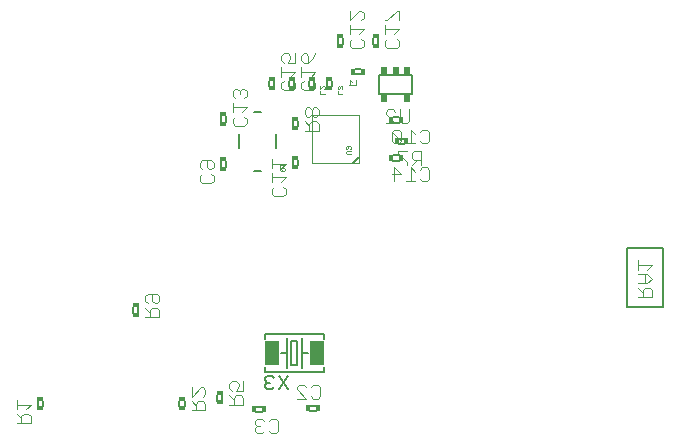
<source format=gbo>
G75*
%MOIN*%
%OFA0B0*%
%FSLAX24Y24*%
%IPPOS*%
%LPD*%
%AMOC8*
5,1,8,0,0,1.08239X$1,22.5*
%
%ADD10C,0.0050*%
%ADD11R,0.0500X0.0800*%
%ADD12C,0.0060*%
%ADD13C,0.0040*%
%ADD14R,0.0118X0.0236*%
%ADD15R,0.0236X0.0118*%
%ADD16C,0.0080*%
%ADD17R,0.0197X0.0256*%
%ADD18C,0.0010*%
%ADD19C,0.0030*%
D10*
X013466Y002801D02*
X013541Y002726D01*
X013691Y002726D01*
X013767Y002801D01*
X013927Y002726D02*
X014227Y003176D01*
X014181Y003451D02*
X014181Y003951D01*
X013981Y003951D01*
X014181Y003951D02*
X014181Y004451D01*
X014331Y004351D02*
X014531Y004351D01*
X014531Y003551D01*
X014331Y003551D01*
X014331Y004351D01*
X014681Y004451D02*
X014681Y003951D01*
X014881Y003951D01*
X014681Y003951D02*
X014681Y003451D01*
X015415Y003478D02*
X015415Y003321D01*
X013447Y003321D01*
X013447Y003478D01*
X013541Y003176D02*
X013466Y003101D01*
X013466Y003026D01*
X013541Y002951D01*
X013466Y002876D01*
X013466Y002801D01*
X013541Y002951D02*
X013616Y002951D01*
X013767Y003101D02*
X013691Y003176D01*
X013541Y003176D01*
X013927Y003176D02*
X014227Y002726D01*
X013447Y004423D02*
X013447Y004580D01*
X015415Y004580D01*
X015415Y004423D01*
X025534Y005486D02*
X026715Y005486D01*
X026715Y007454D01*
X025534Y007454D01*
X025534Y005486D01*
D11*
X015181Y003951D03*
X013681Y003951D03*
D12*
X012039Y002551D02*
X012039Y002358D01*
X011863Y002358D02*
X011863Y002551D01*
X010779Y002354D02*
X010779Y002161D01*
X010603Y002161D02*
X010603Y002354D01*
X013154Y002149D02*
X013346Y002149D01*
X013346Y001973D02*
X013154Y001973D01*
X014965Y002012D02*
X015158Y002012D01*
X015158Y002188D02*
X014965Y002188D01*
X009244Y005271D02*
X009244Y005464D01*
X009067Y005464D02*
X009067Y005271D01*
X006055Y002354D02*
X006055Y002161D01*
X005878Y002161D02*
X005878Y002354D01*
X011981Y010153D02*
X011981Y010346D01*
X012157Y010346D02*
X012157Y010153D01*
X014382Y010193D02*
X014382Y010386D01*
X014559Y010386D02*
X014559Y010193D01*
X014559Y011492D02*
X014559Y011685D01*
X014382Y011685D02*
X014382Y011492D01*
X014441Y012830D02*
X014441Y013023D01*
X014264Y013023D02*
X014264Y012830D01*
X013771Y012830D02*
X013771Y013023D01*
X013595Y013023D02*
X013595Y012830D01*
X014934Y012830D02*
X014934Y013023D01*
X015110Y013023D02*
X015110Y012830D01*
X015524Y012830D02*
X015524Y013023D01*
X015700Y013023D02*
X015700Y012830D01*
X016461Y013232D02*
X016654Y013232D01*
X016654Y013409D02*
X016461Y013409D01*
X017266Y013203D02*
X017266Y012573D01*
X018368Y012573D01*
X018368Y013203D01*
X017266Y013203D01*
X017236Y014248D02*
X017236Y014441D01*
X017059Y014441D02*
X017059Y014248D01*
X016055Y014248D02*
X016055Y014441D01*
X015878Y014441D02*
X015878Y014248D01*
X012157Y011842D02*
X012157Y011649D01*
X011981Y011649D02*
X011981Y011842D01*
X017721Y011795D02*
X017913Y011795D01*
X017913Y011618D02*
X017721Y011618D01*
X017917Y011086D02*
X018110Y011086D01*
X018110Y010910D02*
X017917Y010910D01*
X017913Y010535D02*
X017721Y010535D01*
X017721Y010358D02*
X017913Y010358D01*
D13*
X005647Y001607D02*
X005187Y001607D01*
X005340Y001607D02*
X005340Y001837D01*
X005417Y001914D01*
X005570Y001914D01*
X005647Y001837D01*
X005647Y001607D01*
X005340Y001760D02*
X005187Y001914D01*
X005187Y002067D02*
X005187Y002374D01*
X005187Y002221D02*
X005647Y002221D01*
X005494Y002067D01*
X009476Y005138D02*
X009936Y005138D01*
X009936Y005368D01*
X009859Y005445D01*
X009706Y005445D01*
X009629Y005368D01*
X009629Y005138D01*
X009629Y005291D02*
X009476Y005445D01*
X009552Y005598D02*
X009476Y005675D01*
X009476Y005828D01*
X009552Y005905D01*
X009859Y005905D01*
X009936Y005828D01*
X009936Y005675D01*
X009859Y005598D01*
X009782Y005598D01*
X009706Y005675D01*
X009706Y005905D01*
X012348Y002992D02*
X012271Y002915D01*
X012271Y002762D01*
X012348Y002685D01*
X012501Y002685D02*
X012578Y002838D01*
X012578Y002915D01*
X012501Y002992D01*
X012348Y002992D01*
X012731Y002992D02*
X012731Y002685D01*
X012501Y002685D01*
X012501Y002531D02*
X012424Y002455D01*
X012424Y002224D01*
X012271Y002224D02*
X012731Y002224D01*
X012731Y002455D01*
X012654Y002531D01*
X012501Y002531D01*
X012424Y002378D02*
X012271Y002531D01*
X011471Y002565D02*
X011395Y002488D01*
X011471Y002565D02*
X011471Y002718D01*
X011395Y002795D01*
X011318Y002795D01*
X011011Y002488D01*
X011011Y002795D01*
X011011Y002335D02*
X011164Y002181D01*
X011164Y002258D02*
X011164Y002028D01*
X011011Y002028D02*
X011471Y002028D01*
X011471Y002258D01*
X011395Y002335D01*
X011241Y002335D01*
X011164Y002258D01*
X013134Y001664D02*
X013134Y001588D01*
X013210Y001511D01*
X013134Y001434D01*
X013134Y001358D01*
X013210Y001281D01*
X013364Y001281D01*
X013440Y001358D01*
X013594Y001358D02*
X013671Y001281D01*
X013824Y001281D01*
X013901Y001358D01*
X013901Y001664D01*
X013824Y001741D01*
X013671Y001741D01*
X013594Y001664D01*
X013440Y001664D02*
X013364Y001741D01*
X013210Y001741D01*
X013134Y001664D01*
X013210Y001511D02*
X013287Y001511D01*
X014524Y002420D02*
X014831Y002420D01*
X014524Y002727D01*
X014524Y002804D01*
X014600Y002881D01*
X014754Y002881D01*
X014831Y002804D01*
X014984Y002804D02*
X015061Y002881D01*
X015214Y002881D01*
X015291Y002804D01*
X015291Y002497D01*
X015214Y002420D01*
X015061Y002420D01*
X014984Y002497D01*
X014074Y009178D02*
X013767Y009178D01*
X013691Y009255D01*
X013691Y009408D01*
X013767Y009485D01*
X013691Y009638D02*
X013691Y009945D01*
X013691Y009792D02*
X014151Y009792D01*
X013997Y009638D01*
X014074Y009485D02*
X014151Y009408D01*
X014151Y009255D01*
X014074Y009178D01*
X013997Y010099D02*
X014151Y010252D01*
X013691Y010252D01*
X013691Y010099D02*
X013691Y010406D01*
X014791Y011358D02*
X015251Y011358D01*
X015251Y011589D01*
X015174Y011665D01*
X015021Y011665D01*
X014944Y011589D01*
X014944Y011358D01*
X014944Y011512D02*
X014791Y011665D01*
X014867Y011819D02*
X014944Y011819D01*
X015021Y011895D01*
X015021Y012049D01*
X014944Y012126D01*
X014867Y012126D01*
X014791Y012049D01*
X014791Y011895D01*
X014867Y011819D01*
X015021Y011895D02*
X015097Y011819D01*
X015174Y011819D01*
X015251Y011895D01*
X015251Y012049D01*
X015174Y012126D01*
X015097Y012126D01*
X015021Y012049D01*
X015056Y012697D02*
X014749Y012697D01*
X014672Y012774D01*
X014672Y012927D01*
X014749Y013004D01*
X014672Y013157D02*
X014672Y013464D01*
X014672Y013311D02*
X015133Y013311D01*
X014979Y013157D01*
X015056Y013004D02*
X015133Y012927D01*
X015133Y012774D01*
X015056Y012697D01*
X014464Y012774D02*
X014387Y012697D01*
X014080Y012697D01*
X014003Y012774D01*
X014003Y012927D01*
X014080Y013004D01*
X014003Y013157D02*
X014003Y013464D01*
X014003Y013311D02*
X014464Y013311D01*
X014310Y013157D01*
X014387Y013004D02*
X014464Y012927D01*
X014464Y012774D01*
X014464Y013618D02*
X014233Y013618D01*
X014310Y013771D01*
X014310Y013848D01*
X014233Y013925D01*
X014080Y013925D01*
X014003Y013848D01*
X014003Y013694D01*
X014080Y013618D01*
X014464Y013618D02*
X014464Y013925D01*
X014672Y013848D02*
X014749Y013925D01*
X014826Y013925D01*
X014903Y013848D01*
X014903Y013618D01*
X014749Y013618D01*
X014672Y013694D01*
X014672Y013848D01*
X014903Y013618D02*
X015056Y013771D01*
X015133Y013925D01*
X016287Y014191D02*
X016287Y014344D01*
X016363Y014421D01*
X016287Y014575D02*
X016287Y014882D01*
X016287Y015035D02*
X016594Y015342D01*
X016670Y015342D01*
X016747Y015265D01*
X016747Y015112D01*
X016670Y015035D01*
X016747Y014728D02*
X016287Y014728D01*
X016594Y014575D02*
X016747Y014728D01*
X016670Y014421D02*
X016747Y014344D01*
X016747Y014191D01*
X016670Y014114D01*
X016363Y014114D01*
X016287Y014191D01*
X016287Y015035D02*
X016287Y015342D01*
X017468Y015035D02*
X017544Y015035D01*
X017851Y015342D01*
X017928Y015342D01*
X017928Y015035D01*
X017468Y014882D02*
X017468Y014575D01*
X017468Y014728D02*
X017928Y014728D01*
X017775Y014575D01*
X017851Y014421D02*
X017928Y014344D01*
X017928Y014191D01*
X017851Y014114D01*
X017544Y014114D01*
X017468Y014191D01*
X017468Y014344D01*
X017544Y014421D01*
X017567Y012068D02*
X017720Y012068D01*
X017797Y011991D01*
X017950Y012068D02*
X017950Y011684D01*
X018027Y011608D01*
X018181Y011608D01*
X018257Y011684D01*
X018257Y012068D01*
X017797Y011608D02*
X017490Y011914D01*
X017490Y011991D01*
X017567Y012068D01*
X017490Y011608D02*
X017797Y011608D01*
X017777Y011387D02*
X017700Y011310D01*
X018007Y011003D01*
X017931Y010926D01*
X017777Y010926D01*
X017700Y011003D01*
X017700Y011310D01*
X017777Y011387D02*
X017931Y011387D01*
X018007Y011310D01*
X018007Y011003D01*
X018161Y010926D02*
X018468Y010926D01*
X018314Y010926D02*
X018314Y011387D01*
X018468Y011233D01*
X018621Y011310D02*
X018698Y011387D01*
X018851Y011387D01*
X018928Y011310D01*
X018928Y011003D01*
X018851Y010926D01*
X018698Y010926D01*
X018621Y011003D01*
X018665Y010678D02*
X018434Y010678D01*
X018358Y010601D01*
X018358Y010448D01*
X018434Y010371D01*
X018665Y010371D01*
X018665Y010218D02*
X018665Y010678D01*
X018511Y010371D02*
X018358Y010218D01*
X018314Y010127D02*
X018314Y009667D01*
X018161Y009667D02*
X018468Y009667D01*
X018621Y009743D02*
X018698Y009667D01*
X018851Y009667D01*
X018928Y009743D01*
X018928Y010050D01*
X018851Y010127D01*
X018698Y010127D01*
X018621Y010050D01*
X018468Y009974D02*
X018314Y010127D01*
X018204Y010218D02*
X018204Y010295D01*
X017897Y010601D01*
X017897Y010678D01*
X018204Y010678D01*
X017777Y010127D02*
X018007Y009897D01*
X017700Y009897D01*
X017777Y009667D02*
X017777Y010127D01*
X012849Y011593D02*
X012773Y011516D01*
X012466Y011516D01*
X012389Y011593D01*
X012389Y011746D01*
X012466Y011823D01*
X012389Y011976D02*
X012389Y012283D01*
X012389Y012130D02*
X012849Y012130D01*
X012696Y011976D01*
X012773Y011823D02*
X012849Y011746D01*
X012849Y011593D01*
X012773Y012437D02*
X012849Y012513D01*
X012849Y012667D01*
X012773Y012744D01*
X012696Y012744D01*
X012619Y012667D01*
X012542Y012744D01*
X012466Y012744D01*
X012389Y012667D01*
X012389Y012513D01*
X012466Y012437D01*
X012619Y012590D02*
X012619Y012667D01*
X011673Y010366D02*
X011366Y010366D01*
X011289Y010290D01*
X011289Y010136D01*
X011366Y010059D01*
X011366Y009906D02*
X011289Y009829D01*
X011289Y009676D01*
X011366Y009599D01*
X011673Y009599D01*
X011749Y009676D01*
X011749Y009829D01*
X011673Y009906D01*
X011673Y010059D02*
X011596Y010059D01*
X011519Y010136D01*
X011519Y010366D01*
X011673Y010366D02*
X011749Y010290D01*
X011749Y010136D01*
X011673Y010059D01*
X025894Y007027D02*
X025894Y006720D01*
X025894Y006567D02*
X026201Y006567D01*
X026354Y006413D01*
X026201Y006260D01*
X025894Y006260D01*
X025894Y006107D02*
X026048Y005953D01*
X026048Y006030D02*
X026048Y005800D01*
X025894Y005800D02*
X026354Y005800D01*
X026354Y006030D01*
X026278Y006107D01*
X026124Y006107D01*
X026048Y006030D01*
X026124Y006260D02*
X026124Y006567D01*
X026201Y006720D02*
X026354Y006874D01*
X025894Y006874D01*
D14*
X017978Y010449D03*
X017658Y010449D03*
X017855Y011000D03*
X018175Y011000D03*
X017978Y011708D03*
X017658Y011708D03*
X016718Y013323D03*
X016398Y013323D03*
X015220Y002098D03*
X014900Y002098D03*
X013411Y002063D03*
X013091Y002063D03*
D15*
X011949Y002295D03*
X011949Y002615D03*
X010689Y002419D03*
X010689Y002099D03*
X009154Y005209D03*
X009154Y005529D03*
X005968Y002417D03*
X005968Y002097D03*
X012071Y010089D03*
X012071Y010409D03*
X012067Y011587D03*
X012067Y011907D03*
X013681Y012768D03*
X013681Y013088D03*
X014350Y013088D03*
X014350Y012768D03*
X015020Y012768D03*
X015610Y012768D03*
X015610Y013088D03*
X015020Y013088D03*
X015965Y014185D03*
X015965Y014505D03*
X017146Y014505D03*
X017146Y014185D03*
X014469Y011749D03*
X014469Y011429D03*
X014472Y010448D03*
X014472Y010128D03*
D16*
X013841Y010762D02*
X013841Y011234D01*
X013329Y011982D02*
X013093Y011982D01*
X012581Y011234D02*
X012581Y010762D01*
X013093Y010014D02*
X013329Y010014D01*
X016400Y010289D02*
X016596Y010486D01*
X017711Y012568D02*
X017923Y012568D01*
X018377Y012718D02*
X018377Y013057D01*
X017257Y013057D02*
X017257Y012718D01*
D17*
X017443Y012425D03*
X018191Y012425D03*
X018191Y013350D03*
X017817Y013350D03*
X017443Y013350D03*
D18*
X016497Y013041D02*
X016497Y012891D01*
X016397Y012891D01*
X016349Y012891D02*
X016249Y012891D01*
X016299Y012891D02*
X016299Y013041D01*
X016349Y012991D01*
X016042Y012804D02*
X016017Y012829D01*
X015992Y012829D01*
X015967Y012804D01*
X015942Y012829D01*
X015917Y012829D01*
X015892Y012804D01*
X015892Y012754D01*
X015917Y012729D01*
X015892Y012682D02*
X015892Y012582D01*
X016042Y012582D01*
X016017Y012729D02*
X016042Y012754D01*
X016042Y012804D01*
X015967Y012804D02*
X015967Y012779D01*
X015452Y012754D02*
X015427Y012729D01*
X015452Y012754D02*
X015452Y012804D01*
X015427Y012829D01*
X015402Y012829D01*
X015302Y012729D01*
X015302Y012829D01*
X015302Y012682D02*
X015302Y012582D01*
X015452Y012582D01*
X016189Y010829D02*
X016164Y010804D01*
X016164Y010754D01*
X016189Y010729D01*
X016189Y010682D02*
X016314Y010682D01*
X016289Y010729D02*
X016314Y010754D01*
X016314Y010804D01*
X016289Y010829D01*
X016264Y010829D01*
X016239Y010804D01*
X016214Y010829D01*
X016189Y010829D01*
X016239Y010804D02*
X016239Y010779D01*
X016189Y010682D02*
X016164Y010657D01*
X016164Y010607D01*
X016189Y010582D01*
X016314Y010582D01*
X014116Y010200D02*
X014066Y010150D01*
X014091Y010103D02*
X013991Y010103D01*
X013966Y010078D01*
X013966Y010028D01*
X013991Y010003D01*
X014091Y010003D01*
X014116Y010028D01*
X014116Y010078D01*
X014091Y010103D01*
X014016Y010053D02*
X013966Y010103D01*
X013966Y010150D02*
X013966Y010250D01*
X013966Y010200D02*
X014116Y010200D01*
D19*
X015022Y010289D02*
X016596Y010289D01*
X016596Y011864D01*
X015022Y011864D01*
X015022Y010289D01*
M02*

</source>
